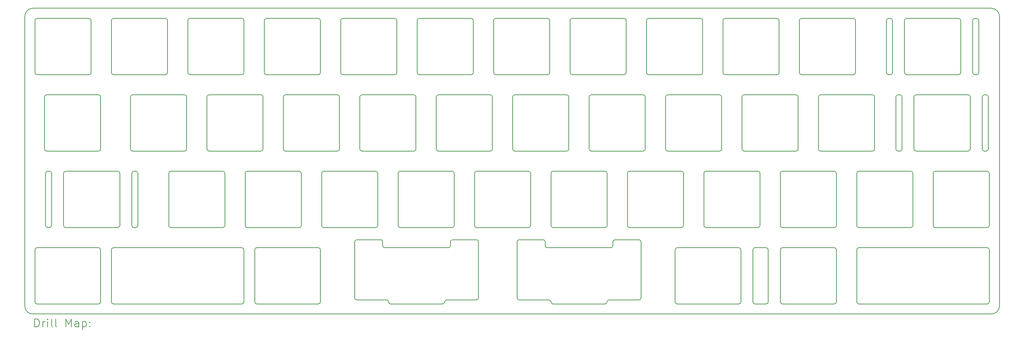
<source format=gbr>
%FSLAX45Y45*%
G04 Gerber Fmt 4.5, Leading zero omitted, Abs format (unit mm)*
G04 Created by KiCad (PCBNEW (6.0.1)) date 2022-12-02 16:12:17*
%MOMM*%
%LPD*%
G01*
G04 APERTURE LIST*
%TA.AperFunction,Profile*%
%ADD10C,0.200000*%
%TD*%
%ADD11C,0.200000*%
G04 APERTURE END LIST*
D10*
X8349375Y-11365000D02*
X5144375Y-11365000D01*
X8399375Y-11415000D02*
G75*
G03*
X8349375Y-11365000I-50000J0D01*
G01*
X8399375Y-12715000D02*
X8399375Y-11415000D01*
X8349375Y-12765000D02*
G75*
G03*
X8399375Y-12715000I0J50000D01*
G01*
X5144375Y-12765000D02*
X8349375Y-12765000D01*
X5094375Y-12715000D02*
G75*
G03*
X5144375Y-12765000I50000J0D01*
G01*
X5094375Y-11415000D02*
X5094375Y-12715000D01*
X5144375Y-11365000D02*
G75*
G03*
X5094375Y-11415000I0J-50000D01*
G01*
X26923125Y-9460000D02*
X25623125Y-9460000D01*
X26973125Y-9510000D02*
G75*
G03*
X26923125Y-9460000I-50000J0D01*
G01*
X26973125Y-10810000D02*
X26973125Y-9510000D01*
X26923125Y-10860000D02*
G75*
G03*
X26973125Y-10810000I0J50000D01*
G01*
X25623125Y-10860000D02*
X26923125Y-10860000D01*
X25573125Y-10810000D02*
G75*
G03*
X25623125Y-10860000I50000J0D01*
G01*
X25573125Y-9510000D02*
X25573125Y-10810000D01*
X25623125Y-9460000D02*
G75*
G03*
X25573125Y-9510000I0J-50000D01*
G01*
X25018125Y-9460000D02*
X23718125Y-9460000D01*
X25068125Y-9510000D02*
G75*
G03*
X25018125Y-9460000I-50000J0D01*
G01*
X25068125Y-10810000D02*
X25068125Y-9510000D01*
X25018125Y-10860000D02*
G75*
G03*
X25068125Y-10810000I0J50000D01*
G01*
X23718125Y-10860000D02*
X25018125Y-10860000D01*
X23668125Y-10810000D02*
G75*
G03*
X23718125Y-10860000I50000J0D01*
G01*
X23668125Y-9510000D02*
X23668125Y-10810000D01*
X23718125Y-9460000D02*
G75*
G03*
X23668125Y-9510000I0J-50000D01*
G01*
X23113125Y-9460000D02*
X21813125Y-9460000D01*
X23163125Y-9510000D02*
G75*
G03*
X23113125Y-9460000I-50000J0D01*
G01*
X23163125Y-10810000D02*
X23163125Y-9510000D01*
X23113125Y-10860000D02*
G75*
G03*
X23163125Y-10810000I0J50000D01*
G01*
X21813125Y-10860000D02*
X23113125Y-10860000D01*
X21763125Y-10810000D02*
G75*
G03*
X21813125Y-10860000I50000J0D01*
G01*
X21763125Y-9510000D02*
X21763125Y-10810000D01*
X21813125Y-9460000D02*
G75*
G03*
X21763125Y-9510000I0J-50000D01*
G01*
X8428125Y-10810000D02*
G75*
G03*
X8478125Y-10860000I50000J0D01*
G01*
X9778125Y-10860000D02*
X8478125Y-10860000D01*
X9778125Y-10860000D02*
G75*
G03*
X9828125Y-10810000I0J50000D01*
G01*
X9828125Y-9510000D02*
X9828125Y-10810000D01*
X9828125Y-9510000D02*
G75*
G03*
X9778125Y-9460000I-50000J0D01*
G01*
X8478125Y-9460000D02*
X9778125Y-9460000D01*
X8478125Y-9460000D02*
G75*
G03*
X8428125Y-9510000I0J-50000D01*
G01*
X8428125Y-10810000D02*
X8428125Y-9510000D01*
X17398125Y-9460000D02*
X16098125Y-9460000D01*
X17448125Y-9510000D02*
G75*
G03*
X17398125Y-9460000I-50000J0D01*
G01*
X17448125Y-10810000D02*
X17448125Y-9510000D01*
X17398125Y-10860000D02*
G75*
G03*
X17448125Y-10810000I0J50000D01*
G01*
X16098125Y-10860000D02*
X17398125Y-10860000D01*
X16048125Y-10810000D02*
G75*
G03*
X16098125Y-10860000I50000J0D01*
G01*
X16048125Y-9510000D02*
X16048125Y-10810000D01*
X16098125Y-9460000D02*
G75*
G03*
X16048125Y-9510000I0J-50000D01*
G01*
X11683125Y-9460000D02*
X10383125Y-9460000D01*
X11733125Y-9510000D02*
G75*
G03*
X11683125Y-9460000I-50000J0D01*
G01*
X11733125Y-10810000D02*
X11733125Y-9510000D01*
X11683125Y-10860000D02*
G75*
G03*
X11733125Y-10810000I0J50000D01*
G01*
X10383125Y-10860000D02*
X11683125Y-10860000D01*
X10333125Y-10810000D02*
G75*
G03*
X10383125Y-10860000I50000J0D01*
G01*
X10333125Y-9510000D02*
X10333125Y-10810000D01*
X10383125Y-9460000D02*
G75*
G03*
X10333125Y-9510000I0J-50000D01*
G01*
X15493125Y-9460000D02*
X14193125Y-9460000D01*
X15543125Y-9510000D02*
G75*
G03*
X15493125Y-9460000I-50000J0D01*
G01*
X15543125Y-10810000D02*
X15543125Y-9510000D01*
X15493125Y-10860000D02*
G75*
G03*
X15543125Y-10810000I0J50000D01*
G01*
X14193125Y-10860000D02*
X15493125Y-10860000D01*
X14143125Y-10810000D02*
G75*
G03*
X14193125Y-10860000I50000J0D01*
G01*
X14143125Y-9510000D02*
X14143125Y-10810000D01*
X14193125Y-9460000D02*
G75*
G03*
X14143125Y-9510000I0J-50000D01*
G01*
X19303125Y-9460000D02*
X18003125Y-9460000D01*
X19353125Y-9510000D02*
G75*
G03*
X19303125Y-9460000I-50000J0D01*
G01*
X19353125Y-10810000D02*
X19353125Y-9510000D01*
X19303125Y-10860000D02*
G75*
G03*
X19353125Y-10810000I0J50000D01*
G01*
X18003125Y-10860000D02*
X19303125Y-10860000D01*
X17953125Y-10810000D02*
G75*
G03*
X18003125Y-10860000I50000J0D01*
G01*
X17953125Y-9510000D02*
X17953125Y-10810000D01*
X18003125Y-9460000D02*
G75*
G03*
X17953125Y-9510000I0J-50000D01*
G01*
X12238125Y-10810000D02*
G75*
G03*
X12288125Y-10860000I50000J0D01*
G01*
X13588125Y-10860000D02*
X12288125Y-10860000D01*
X13588125Y-10860000D02*
G75*
G03*
X13638125Y-10810000I0J50000D01*
G01*
X13638125Y-9510000D02*
X13638125Y-10810000D01*
X13638125Y-9510000D02*
G75*
G03*
X13588125Y-9460000I-50000J0D01*
G01*
X12288125Y-9460000D02*
X13588125Y-9460000D01*
X12288125Y-9460000D02*
G75*
G03*
X12238125Y-9510000I0J-50000D01*
G01*
X12238125Y-10810000D02*
X12238125Y-9510000D01*
X21208125Y-9460000D02*
X19908125Y-9460000D01*
X21258125Y-9510000D02*
G75*
G03*
X21208125Y-9460000I-50000J0D01*
G01*
X21258125Y-10810000D02*
X21258125Y-9510000D01*
X21208125Y-10860000D02*
G75*
G03*
X21258125Y-10810000I0J50000D01*
G01*
X19908125Y-10860000D02*
X21208125Y-10860000D01*
X19858125Y-10810000D02*
G75*
G03*
X19908125Y-10860000I50000J0D01*
G01*
X19858125Y-9510000D02*
X19858125Y-10810000D01*
X19908125Y-9460000D02*
G75*
G03*
X19858125Y-9510000I0J-50000D01*
G01*
X7873125Y-9460000D02*
X6573125Y-9460000D01*
X7923125Y-9510000D02*
G75*
G03*
X7873125Y-9460000I-50000J0D01*
G01*
X7923125Y-10810000D02*
X7923125Y-9510000D01*
X7873125Y-10860000D02*
G75*
G03*
X7923125Y-10810000I0J50000D01*
G01*
X6573125Y-10860000D02*
X7873125Y-10860000D01*
X6523125Y-10810000D02*
G75*
G03*
X6573125Y-10860000I50000J0D01*
G01*
X6523125Y-9510000D02*
X6523125Y-10810000D01*
X6573125Y-9460000D02*
G75*
G03*
X6523125Y-9510000I0J-50000D01*
G01*
X5253750Y-9460000D02*
X3953750Y-9460000D01*
X5303750Y-9510000D02*
G75*
G03*
X5253750Y-9460000I-50000J0D01*
G01*
X5303750Y-10810000D02*
X5303750Y-9510000D01*
X5253750Y-10860000D02*
G75*
G03*
X5303750Y-10810000I0J50000D01*
G01*
X3953750Y-10860000D02*
X5253750Y-10860000D01*
X3903750Y-10810000D02*
G75*
G03*
X3953750Y-10860000I50000J0D01*
G01*
X3903750Y-9510000D02*
X3903750Y-10810000D01*
X3953750Y-9460000D02*
G75*
G03*
X3903750Y-9510000I0J-50000D01*
G01*
X25096875Y-8905000D02*
G75*
G03*
X25146875Y-8955000I50000J0D01*
G01*
X26446875Y-8955000D02*
X25146875Y-8955000D01*
X26446875Y-8955000D02*
G75*
G03*
X26496875Y-8905000I0J50000D01*
G01*
X26496875Y-7605000D02*
X26496875Y-8905000D01*
X26496875Y-7605000D02*
G75*
G03*
X26446875Y-7555000I-50000J0D01*
G01*
X25146875Y-7555000D02*
X26446875Y-7555000D01*
X25146875Y-7555000D02*
G75*
G03*
X25096875Y-7605000I0J-50000D01*
G01*
X25096875Y-8905000D02*
X25096875Y-7605000D01*
X24065625Y-7555000D02*
X22765625Y-7555000D01*
X24115625Y-7605000D02*
G75*
G03*
X24065625Y-7555000I-50000J0D01*
G01*
X24115625Y-8905000D02*
X24115625Y-7605000D01*
X24065625Y-8955000D02*
G75*
G03*
X24115625Y-8905000I0J50000D01*
G01*
X22765625Y-8955000D02*
X24065625Y-8955000D01*
X22715625Y-8905000D02*
G75*
G03*
X22765625Y-8955000I50000J0D01*
G01*
X22715625Y-7605000D02*
X22715625Y-8905000D01*
X22765625Y-7555000D02*
G75*
G03*
X22715625Y-7605000I0J-50000D01*
G01*
X3553750Y-9460000D02*
X3503750Y-9460000D01*
X3603750Y-9510000D02*
G75*
G03*
X3553750Y-9460000I-50000J0D01*
G01*
X3603750Y-10810000D02*
X3603750Y-9510000D01*
X3553750Y-10860000D02*
G75*
G03*
X3603750Y-10810000I0J50000D01*
G01*
X3503750Y-10860000D02*
X3553750Y-10860000D01*
X3453750Y-10810000D02*
G75*
G03*
X3503750Y-10860000I50000J0D01*
G01*
X3453750Y-9510000D02*
X3453750Y-10810000D01*
X3503750Y-9460000D02*
G75*
G03*
X3453750Y-9510000I0J-50000D01*
G01*
X5753750Y-10810000D02*
X5753750Y-9510000D01*
X5703750Y-10860000D02*
G75*
G03*
X5753750Y-10810000I0J50000D01*
G01*
X5653750Y-10860000D02*
X5703750Y-10860000D01*
X5603750Y-10810000D02*
G75*
G03*
X5653750Y-10860000I50000J0D01*
G01*
X5603750Y-9510000D02*
X5603750Y-10810000D01*
X5653750Y-9460000D02*
G75*
G03*
X5603750Y-9510000I0J-50000D01*
G01*
X5703750Y-9460000D02*
X5653750Y-9460000D01*
X5753750Y-9510000D02*
G75*
G03*
X5703750Y-9460000I-50000J0D01*
G01*
X26896875Y-7555000D02*
X26846875Y-7555000D01*
X26946875Y-7605000D02*
G75*
G03*
X26896875Y-7555000I-50000J0D01*
G01*
X26946875Y-8905000D02*
X26946875Y-7605000D01*
X26896875Y-8955000D02*
G75*
G03*
X26946875Y-8905000I0J50000D01*
G01*
X26846875Y-8955000D02*
X26896875Y-8955000D01*
X26796875Y-8905000D02*
G75*
G03*
X26846875Y-8955000I50000J0D01*
G01*
X26796875Y-7605000D02*
X26796875Y-8905000D01*
X26846875Y-7555000D02*
G75*
G03*
X26796875Y-7605000I0J-50000D01*
G01*
X24796875Y-8905000D02*
X24796875Y-7605000D01*
X24746875Y-8955000D02*
G75*
G03*
X24796875Y-8905000I0J50000D01*
G01*
X24696875Y-8955000D02*
X24746875Y-8955000D01*
X24646875Y-8905000D02*
G75*
G03*
X24696875Y-8955000I50000J0D01*
G01*
X24646875Y-7605000D02*
X24646875Y-8905000D01*
X24696875Y-7555000D02*
G75*
G03*
X24646875Y-7605000I0J-50000D01*
G01*
X24746875Y-7555000D02*
X24696875Y-7555000D01*
X24796875Y-7605000D02*
G75*
G03*
X24746875Y-7555000I-50000J0D01*
G01*
X22160625Y-7555000D02*
X20860625Y-7555000D01*
X22210625Y-7605000D02*
G75*
G03*
X22160625Y-7555000I-50000J0D01*
G01*
X22210625Y-8905000D02*
X22210625Y-7605000D01*
X22160625Y-8955000D02*
G75*
G03*
X22210625Y-8905000I0J50000D01*
G01*
X20860625Y-8955000D02*
X22160625Y-8955000D01*
X20810625Y-8905000D02*
G75*
G03*
X20860625Y-8955000I50000J0D01*
G01*
X20810625Y-7605000D02*
X20810625Y-8905000D01*
X20860625Y-7555000D02*
G75*
G03*
X20810625Y-7605000I0J-50000D01*
G01*
X14540625Y-7555000D02*
X13240625Y-7555000D01*
X14590625Y-7605000D02*
G75*
G03*
X14540625Y-7555000I-50000J0D01*
G01*
X14590625Y-8905000D02*
X14590625Y-7605000D01*
X14540625Y-8955000D02*
G75*
G03*
X14590625Y-8905000I0J50000D01*
G01*
X13240625Y-8955000D02*
X14540625Y-8955000D01*
X13190625Y-8905000D02*
G75*
G03*
X13240625Y-8955000I50000J0D01*
G01*
X13190625Y-7605000D02*
X13190625Y-8905000D01*
X13240625Y-7555000D02*
G75*
G03*
X13190625Y-7605000I0J-50000D01*
G01*
X18350625Y-7555000D02*
X17050625Y-7555000D01*
X18400625Y-7605000D02*
G75*
G03*
X18350625Y-7555000I-50000J0D01*
G01*
X18400625Y-8905000D02*
X18400625Y-7605000D01*
X18350625Y-8955000D02*
G75*
G03*
X18400625Y-8905000I0J50000D01*
G01*
X17050625Y-8955000D02*
X18350625Y-8955000D01*
X17000625Y-8905000D02*
G75*
G03*
X17050625Y-8955000I50000J0D01*
G01*
X17000625Y-7605000D02*
X17000625Y-8905000D01*
X17050625Y-7555000D02*
G75*
G03*
X17000625Y-7605000I0J-50000D01*
G01*
X8825625Y-7555000D02*
X7525625Y-7555000D01*
X8875625Y-7605000D02*
G75*
G03*
X8825625Y-7555000I-50000J0D01*
G01*
X8875625Y-8905000D02*
X8875625Y-7605000D01*
X8825625Y-8955000D02*
G75*
G03*
X8875625Y-8905000I0J50000D01*
G01*
X7525625Y-8955000D02*
X8825625Y-8955000D01*
X7475625Y-8905000D02*
G75*
G03*
X7525625Y-8955000I50000J0D01*
G01*
X7475625Y-7605000D02*
X7475625Y-8905000D01*
X7525625Y-7555000D02*
G75*
G03*
X7475625Y-7605000I0J-50000D01*
G01*
X20255625Y-7555000D02*
X18955625Y-7555000D01*
X20305625Y-7605000D02*
G75*
G03*
X20255625Y-7555000I-50000J0D01*
G01*
X20305625Y-8905000D02*
X20305625Y-7605000D01*
X20255625Y-8955000D02*
G75*
G03*
X20305625Y-8905000I0J50000D01*
G01*
X18955625Y-8955000D02*
X20255625Y-8955000D01*
X18905625Y-8905000D02*
G75*
G03*
X18955625Y-8955000I50000J0D01*
G01*
X18905625Y-7605000D02*
X18905625Y-8905000D01*
X18955625Y-7555000D02*
G75*
G03*
X18905625Y-7605000I0J-50000D01*
G01*
X12635625Y-7555000D02*
X11335625Y-7555000D01*
X12685625Y-7605000D02*
G75*
G03*
X12635625Y-7555000I-50000J0D01*
G01*
X12685625Y-8905000D02*
X12685625Y-7605000D01*
X12635625Y-8955000D02*
G75*
G03*
X12685625Y-8905000I0J50000D01*
G01*
X11335625Y-8955000D02*
X12635625Y-8955000D01*
X11285625Y-8905000D02*
G75*
G03*
X11335625Y-8955000I50000J0D01*
G01*
X11285625Y-7605000D02*
X11285625Y-8905000D01*
X11335625Y-7555000D02*
G75*
G03*
X11285625Y-7605000I0J-50000D01*
G01*
X6920625Y-7555000D02*
X5620625Y-7555000D01*
X6970625Y-7605000D02*
G75*
G03*
X6920625Y-7555000I-50000J0D01*
G01*
X6970625Y-8905000D02*
X6970625Y-7605000D01*
X6920625Y-8955000D02*
G75*
G03*
X6970625Y-8905000I0J50000D01*
G01*
X5620625Y-8955000D02*
X6920625Y-8955000D01*
X5570625Y-8905000D02*
G75*
G03*
X5620625Y-8955000I50000J0D01*
G01*
X5570625Y-7605000D02*
X5570625Y-8905000D01*
X5620625Y-7555000D02*
G75*
G03*
X5570625Y-7605000I0J-50000D01*
G01*
X16445625Y-7555000D02*
X15145625Y-7555000D01*
X16495625Y-7605000D02*
G75*
G03*
X16445625Y-7555000I-50000J0D01*
G01*
X16495625Y-8905000D02*
X16495625Y-7605000D01*
X16445625Y-8955000D02*
G75*
G03*
X16495625Y-8905000I0J50000D01*
G01*
X15145625Y-8955000D02*
X16445625Y-8955000D01*
X15095625Y-8905000D02*
G75*
G03*
X15145625Y-8955000I50000J0D01*
G01*
X15095625Y-7605000D02*
X15095625Y-8905000D01*
X15145625Y-7555000D02*
G75*
G03*
X15095625Y-7605000I0J-50000D01*
G01*
X10730625Y-7555000D02*
X9430625Y-7555000D01*
X10780625Y-7605000D02*
G75*
G03*
X10730625Y-7555000I-50000J0D01*
G01*
X10780625Y-8905000D02*
X10780625Y-7605000D01*
X10730625Y-8955000D02*
G75*
G03*
X10780625Y-8905000I0J50000D01*
G01*
X9430625Y-8955000D02*
X10730625Y-8955000D01*
X9380625Y-8905000D02*
G75*
G03*
X9430625Y-8955000I50000J0D01*
G01*
X9380625Y-7605000D02*
X9380625Y-8905000D01*
X9430625Y-7555000D02*
G75*
G03*
X9380625Y-7605000I0J-50000D01*
G01*
X4777500Y-7555000D02*
X3477500Y-7555000D01*
X4827500Y-7605000D02*
G75*
G03*
X4777500Y-7555000I-50000J0D01*
G01*
X4827500Y-8905000D02*
X4827500Y-7605000D01*
X4777500Y-8955000D02*
G75*
G03*
X4827500Y-8905000I0J50000D01*
G01*
X3477500Y-8955000D02*
X4777500Y-8955000D01*
X3427500Y-8905000D02*
G75*
G03*
X3477500Y-8955000I50000J0D01*
G01*
X3427500Y-7605000D02*
X3427500Y-8905000D01*
X3477500Y-7555000D02*
G75*
G03*
X3427500Y-7605000I0J-50000D01*
G01*
X26658750Y-5650000D02*
X26608750Y-5650000D01*
X26708750Y-5700000D02*
G75*
G03*
X26658750Y-5650000I-50000J0D01*
G01*
X26708750Y-7000000D02*
X26708750Y-5700000D01*
X26658750Y-7050000D02*
G75*
G03*
X26708750Y-7000000I0J50000D01*
G01*
X26608750Y-7050000D02*
X26658750Y-7050000D01*
X26558750Y-7000000D02*
G75*
G03*
X26608750Y-7050000I50000J0D01*
G01*
X26558750Y-5700000D02*
X26558750Y-7000000D01*
X26608750Y-5650000D02*
G75*
G03*
X26558750Y-5700000I0J-50000D01*
G01*
X24508750Y-5650000D02*
X24458750Y-5650000D01*
X24558750Y-5700000D02*
G75*
G03*
X24508750Y-5650000I-50000J0D01*
G01*
X24558750Y-7000000D02*
X24558750Y-5700000D01*
X24508750Y-7050000D02*
G75*
G03*
X24558750Y-7000000I0J50000D01*
G01*
X24458750Y-7050000D02*
X24508750Y-7050000D01*
X24408750Y-7000000D02*
G75*
G03*
X24458750Y-7050000I50000J0D01*
G01*
X24408750Y-5700000D02*
X24408750Y-7000000D01*
X24458750Y-5650000D02*
G75*
G03*
X24408750Y-5700000I0J-50000D01*
G01*
X20334375Y-7000000D02*
G75*
G03*
X20384375Y-7050000I50000J0D01*
G01*
X21684375Y-7050000D02*
X20384375Y-7050000D01*
X21684375Y-7050000D02*
G75*
G03*
X21734375Y-7000000I0J50000D01*
G01*
X21734375Y-5700000D02*
X21734375Y-7000000D01*
X21734375Y-5700000D02*
G75*
G03*
X21684375Y-5650000I-50000J0D01*
G01*
X20384375Y-5650000D02*
X21684375Y-5650000D01*
X20384375Y-5650000D02*
G75*
G03*
X20334375Y-5700000I0J-50000D01*
G01*
X20334375Y-7000000D02*
X20334375Y-5700000D01*
X17874375Y-5650000D02*
X16574375Y-5650000D01*
X17924375Y-5700000D02*
G75*
G03*
X17874375Y-5650000I-50000J0D01*
G01*
X17924375Y-7000000D02*
X17924375Y-5700000D01*
X17874375Y-7050000D02*
G75*
G03*
X17924375Y-7000000I0J50000D01*
G01*
X16574375Y-7050000D02*
X17874375Y-7050000D01*
X16524375Y-7000000D02*
G75*
G03*
X16574375Y-7050000I50000J0D01*
G01*
X16524375Y-5700000D02*
X16524375Y-7000000D01*
X16574375Y-5650000D02*
G75*
G03*
X16524375Y-5700000I0J-50000D01*
G01*
X21131875Y-12765000D02*
X21413125Y-12765000D01*
X21081875Y-12715000D02*
G75*
G03*
X21131875Y-12765000I50000J0D01*
G01*
X21081875Y-11415000D02*
X21081875Y-12715000D01*
X21131875Y-11365000D02*
G75*
G03*
X21081875Y-11415000I0J-50000D01*
G01*
X21413125Y-11365000D02*
X21131875Y-11365000D01*
X21463125Y-11415000D02*
G75*
G03*
X21413125Y-11365000I-50000J0D01*
G01*
X21463125Y-12715000D02*
X21463125Y-11415000D01*
X21413125Y-12765000D02*
G75*
G03*
X21463125Y-12715000I0J50000D01*
G01*
X4777500Y-11365000D02*
X3239375Y-11365000D01*
X4827500Y-11415000D02*
G75*
G03*
X4777500Y-11365000I-50000J0D01*
G01*
X4827500Y-12715000D02*
X4827500Y-11415000D01*
X4777500Y-12765000D02*
G75*
G03*
X4827500Y-12715000I0J50000D01*
G01*
X3239375Y-12765000D02*
X4777500Y-12765000D01*
X3189375Y-12715000D02*
G75*
G03*
X3239375Y-12765000I50000J0D01*
G01*
X3189375Y-11415000D02*
X3189375Y-12715000D01*
X3239375Y-11365000D02*
G75*
G03*
X3189375Y-11415000I0J-50000D01*
G01*
X19779375Y-5650000D02*
X18479375Y-5650000D01*
X19829375Y-5700000D02*
G75*
G03*
X19779375Y-5650000I-50000J0D01*
G01*
X19829375Y-7000000D02*
X19829375Y-5700000D01*
X19779375Y-7050000D02*
G75*
G03*
X19829375Y-7000000I0J50000D01*
G01*
X18479375Y-7050000D02*
X19779375Y-7050000D01*
X18429375Y-7000000D02*
G75*
G03*
X18479375Y-7050000I50000J0D01*
G01*
X18429375Y-5700000D02*
X18429375Y-7000000D01*
X18479375Y-5650000D02*
G75*
G03*
X18429375Y-5700000I0J-50000D01*
G01*
X8716250Y-11365000D02*
G75*
G03*
X8666250Y-11415000I0J-50000D01*
G01*
X8666250Y-12715000D02*
X8666250Y-11415000D01*
X8666250Y-12715000D02*
G75*
G03*
X8716250Y-12765000I50000J0D01*
G01*
X10254375Y-12765000D02*
X8716250Y-12765000D01*
X10254375Y-12765000D02*
G75*
G03*
X10304375Y-12715000I0J50000D01*
G01*
X10304375Y-11415000D02*
X10304375Y-12715000D01*
X10304375Y-11415000D02*
G75*
G03*
X10254375Y-11365000I-50000J0D01*
G01*
X8716250Y-11365000D02*
X10254375Y-11365000D01*
X26208750Y-5650000D02*
X24908750Y-5650000D01*
X26258750Y-5700000D02*
G75*
G03*
X26208750Y-5650000I-50000J0D01*
G01*
X26258750Y-7000000D02*
X26258750Y-5700000D01*
X26208750Y-7050000D02*
G75*
G03*
X26258750Y-7000000I0J50000D01*
G01*
X24908750Y-7050000D02*
X26208750Y-7050000D01*
X24858750Y-7000000D02*
G75*
G03*
X24908750Y-7050000I50000J0D01*
G01*
X24858750Y-5700000D02*
X24858750Y-7000000D01*
X24908750Y-5650000D02*
G75*
G03*
X24858750Y-5700000I0J-50000D01*
G01*
X20731875Y-11365000D02*
X19193750Y-11365000D01*
X20781875Y-11415000D02*
G75*
G03*
X20731875Y-11365000I-50000J0D01*
G01*
X20781875Y-12715000D02*
X20781875Y-11415000D01*
X20731875Y-12765000D02*
G75*
G03*
X20781875Y-12715000I0J50000D01*
G01*
X19193750Y-12765000D02*
X20731875Y-12765000D01*
X19143750Y-12715000D02*
G75*
G03*
X19193750Y-12765000I50000J0D01*
G01*
X19143750Y-11415000D02*
X19143750Y-12715000D01*
X19193750Y-11365000D02*
G75*
G03*
X19143750Y-11415000I0J-50000D01*
G01*
X26923125Y-11365000D02*
X23718125Y-11365000D01*
X26973125Y-11415000D02*
G75*
G03*
X26923125Y-11365000I-50000J0D01*
G01*
X26973125Y-12715000D02*
X26973125Y-11415000D01*
X26923125Y-12765000D02*
G75*
G03*
X26973125Y-12715000I0J50000D01*
G01*
X23718125Y-12765000D02*
X26923125Y-12765000D01*
X23668125Y-12715000D02*
G75*
G03*
X23718125Y-12765000I50000J0D01*
G01*
X23668125Y-11415000D02*
X23668125Y-12715000D01*
X23718125Y-11365000D02*
G75*
G03*
X23668125Y-11415000I0J-50000D01*
G01*
X23589375Y-5650000D02*
X22289375Y-5650000D01*
X23639375Y-5700000D02*
G75*
G03*
X23589375Y-5650000I-50000J0D01*
G01*
X23639375Y-7000000D02*
X23639375Y-5700000D01*
X23589375Y-7050000D02*
G75*
G03*
X23639375Y-7000000I0J50000D01*
G01*
X22289375Y-7050000D02*
X23589375Y-7050000D01*
X22239375Y-7000000D02*
G75*
G03*
X22289375Y-7050000I50000J0D01*
G01*
X22239375Y-5700000D02*
X22239375Y-7000000D01*
X22289375Y-5650000D02*
G75*
G03*
X22239375Y-5700000I0J-50000D01*
G01*
X14114375Y-7000000D02*
X14114375Y-5700000D01*
X14064375Y-7050000D02*
G75*
G03*
X14114375Y-7000000I0J50000D01*
G01*
X12764375Y-7050000D02*
X14064375Y-7050000D01*
X12714375Y-7000000D02*
G75*
G03*
X12764375Y-7050000I50000J0D01*
G01*
X12714375Y-5700000D02*
X12714375Y-7000000D01*
X12764375Y-5650000D02*
G75*
G03*
X12714375Y-5700000I0J-50000D01*
G01*
X14064375Y-5650000D02*
X12764375Y-5650000D01*
X14114375Y-5700000D02*
G75*
G03*
X14064375Y-5650000I-50000J0D01*
G01*
X15969375Y-5650000D02*
X14669375Y-5650000D01*
X16019375Y-5700000D02*
G75*
G03*
X15969375Y-5650000I-50000J0D01*
G01*
X16019375Y-7000000D02*
X16019375Y-5700000D01*
X15969375Y-7050000D02*
G75*
G03*
X16019375Y-7000000I0J50000D01*
G01*
X14669375Y-7050000D02*
X15969375Y-7050000D01*
X14619375Y-7000000D02*
G75*
G03*
X14669375Y-7050000I50000J0D01*
G01*
X14619375Y-5700000D02*
X14619375Y-7000000D01*
X14669375Y-5650000D02*
G75*
G03*
X14619375Y-5700000I0J-50000D01*
G01*
X4539375Y-5650000D02*
X3239375Y-5650000D01*
X4589375Y-5700000D02*
G75*
G03*
X4539375Y-5650000I-50000J0D01*
G01*
X4589375Y-7000000D02*
X4589375Y-5700000D01*
X4539375Y-7050000D02*
G75*
G03*
X4589375Y-7000000I0J50000D01*
G01*
X3239375Y-7050000D02*
X4539375Y-7050000D01*
X3189375Y-7000000D02*
G75*
G03*
X3239375Y-7050000I50000J0D01*
G01*
X3189375Y-5700000D02*
X3189375Y-7000000D01*
X3239375Y-5650000D02*
G75*
G03*
X3189375Y-5700000I0J-50000D01*
G01*
X12159375Y-5650000D02*
X10859375Y-5650000D01*
X12209375Y-5700000D02*
G75*
G03*
X12159375Y-5650000I-50000J0D01*
G01*
X12209375Y-7000000D02*
X12209375Y-5700000D01*
X12159375Y-7050000D02*
G75*
G03*
X12209375Y-7000000I0J50000D01*
G01*
X10859375Y-7050000D02*
X12159375Y-7050000D01*
X10809375Y-7000000D02*
G75*
G03*
X10859375Y-7050000I50000J0D01*
G01*
X10809375Y-5700000D02*
X10809375Y-7000000D01*
X10859375Y-5650000D02*
G75*
G03*
X10809375Y-5700000I0J-50000D01*
G01*
X21763125Y-12715000D02*
G75*
G03*
X21813125Y-12765000I50000J0D01*
G01*
X23113125Y-12765000D02*
X21813125Y-12765000D01*
X23113125Y-12765000D02*
G75*
G03*
X23163125Y-12715000I0J50000D01*
G01*
X23163125Y-11415000D02*
X23163125Y-12715000D01*
X23163125Y-11415000D02*
G75*
G03*
X23113125Y-11365000I-50000J0D01*
G01*
X21813125Y-11365000D02*
X23113125Y-11365000D01*
X21813125Y-11365000D02*
G75*
G03*
X21763125Y-11415000I0J-50000D01*
G01*
X21763125Y-12715000D02*
X21763125Y-11415000D01*
X8349375Y-5650000D02*
X7049375Y-5650000D01*
X8399375Y-5700000D02*
G75*
G03*
X8349375Y-5650000I-50000J0D01*
G01*
X8399375Y-7000000D02*
X8399375Y-5700000D01*
X8349375Y-7050000D02*
G75*
G03*
X8399375Y-7000000I0J50000D01*
G01*
X7049375Y-7050000D02*
X8349375Y-7050000D01*
X6999375Y-7000000D02*
G75*
G03*
X7049375Y-7050000I50000J0D01*
G01*
X6999375Y-5700000D02*
X6999375Y-7000000D01*
X7049375Y-5650000D02*
G75*
G03*
X6999375Y-5700000I0J-50000D01*
G01*
X6444375Y-5650000D02*
X5144375Y-5650000D01*
X6494375Y-5700000D02*
G75*
G03*
X6444375Y-5650000I-50000J0D01*
G01*
X6494375Y-7000000D02*
X6494375Y-5700000D01*
X6444375Y-7050000D02*
G75*
G03*
X6494375Y-7000000I0J50000D01*
G01*
X5144375Y-7050000D02*
X6444375Y-7050000D01*
X5094375Y-7000000D02*
G75*
G03*
X5144375Y-7050000I50000J0D01*
G01*
X5094375Y-5700000D02*
X5094375Y-7000000D01*
X5144375Y-5650000D02*
G75*
G03*
X5094375Y-5700000I0J-50000D01*
G01*
X10254375Y-5650000D02*
X8954375Y-5650000D01*
X10304375Y-5700000D02*
G75*
G03*
X10254375Y-5650000I-50000J0D01*
G01*
X10304375Y-7000000D02*
X10304375Y-5700000D01*
X10254375Y-7050000D02*
G75*
G03*
X10304375Y-7000000I0J50000D01*
G01*
X8954375Y-7050000D02*
X10254375Y-7050000D01*
X8904375Y-7000000D02*
G75*
G03*
X8954375Y-7050000I50000J0D01*
G01*
X8904375Y-5700000D02*
X8904375Y-7000000D01*
X8954375Y-5650000D02*
G75*
G03*
X8904375Y-5700000I0J-50000D01*
G01*
X14193800Y-12665000D02*
X13450000Y-12665000D01*
X14193800Y-12665000D02*
G75*
G03*
X14243800Y-12615000I0J50000D01*
G01*
X14243800Y-11215000D02*
X14243800Y-12615000D01*
X14243800Y-11215000D02*
G75*
G03*
X14193800Y-11165000I-50000J0D01*
G01*
X13593800Y-11165000D02*
X14193800Y-11165000D01*
X13593800Y-11165000D02*
G75*
G03*
X13543800Y-11215000I0J-50000D01*
G01*
X13543800Y-11315000D02*
X13543800Y-11215000D01*
X13493800Y-11365000D02*
G75*
G03*
X13543800Y-11315000I0J50000D01*
G01*
X11906200Y-11365000D02*
X13493800Y-11365000D01*
X11856200Y-11315000D02*
G75*
G03*
X11906200Y-11365000I50000J0D01*
G01*
X11856200Y-11215000D02*
X11856200Y-11315000D01*
X11856200Y-11215000D02*
G75*
G03*
X11806200Y-11165000I-50000J0D01*
G01*
X11206200Y-11165000D02*
X11806200Y-11165000D01*
X11206200Y-11165000D02*
G75*
G03*
X11156200Y-11215000I0J-50000D01*
G01*
X11156200Y-12615000D02*
X11156200Y-11215000D01*
X11156200Y-12615000D02*
G75*
G03*
X11206200Y-12665000I50000J0D01*
G01*
X11950000Y-12665000D02*
X11206200Y-12665000D01*
X12000000Y-12715000D02*
G75*
G03*
X11950000Y-12665000I-50000J0D01*
G01*
X12000000Y-12715000D02*
G75*
G03*
X12050000Y-12765000I50000J0D01*
G01*
X13350000Y-12765000D02*
X12050000Y-12765000D01*
X13350000Y-12765000D02*
G75*
G03*
X13400000Y-12715000I0J50000D01*
G01*
X13450000Y-12665000D02*
G75*
G03*
X13400000Y-12715000I0J-50000D01*
G01*
X18241925Y-12665000D02*
X17498125Y-12665000D01*
X18241925Y-12665000D02*
G75*
G03*
X18291925Y-12615000I0J50000D01*
G01*
X18291925Y-11215000D02*
X18291925Y-12615000D01*
X18291925Y-11215000D02*
G75*
G03*
X18241925Y-11165000I-50000J0D01*
G01*
X17641925Y-11165000D02*
X18241925Y-11165000D01*
X17641925Y-11165000D02*
G75*
G03*
X17591925Y-11215000I0J-50000D01*
G01*
X17591925Y-11315000D02*
X17591925Y-11215000D01*
X17541925Y-11365000D02*
G75*
G03*
X17591925Y-11315000I0J50000D01*
G01*
X15954325Y-11365000D02*
X17541925Y-11365000D01*
X15904325Y-11315000D02*
G75*
G03*
X15954325Y-11365000I50000J0D01*
G01*
X15904325Y-11215000D02*
X15904325Y-11315000D01*
X15904325Y-11215000D02*
G75*
G03*
X15854325Y-11165000I-50000J0D01*
G01*
X15254325Y-11165000D02*
X15854325Y-11165000D01*
X15254325Y-11165000D02*
G75*
G03*
X15204325Y-11215000I0J-50000D01*
G01*
X15204325Y-12615000D02*
X15204325Y-11215000D01*
X15204325Y-12615000D02*
G75*
G03*
X15254325Y-12665000I50000J0D01*
G01*
X15998125Y-12665000D02*
X15254325Y-12665000D01*
X16048125Y-12715000D02*
G75*
G03*
X15998125Y-12665000I-50000J0D01*
G01*
X16048125Y-12715000D02*
G75*
G03*
X16098125Y-12765000I50000J0D01*
G01*
X17398125Y-12765000D02*
X16098125Y-12765000D01*
X17398125Y-12765000D02*
G75*
G03*
X17448125Y-12715000I0J50000D01*
G01*
X17498125Y-12665000D02*
G75*
G03*
X17448125Y-12715000I0J-50000D01*
G01*
X3136875Y-13017500D02*
X27025625Y-13017500D01*
X2936875Y-12817500D02*
G75*
G03*
X3136875Y-13017500I200000J0D01*
G01*
X2936875Y-5597500D02*
X2936875Y-12817500D01*
X3136875Y-5397500D02*
G75*
G03*
X2936875Y-5597500I0J-200000D01*
G01*
X27025625Y-5397500D02*
X3136875Y-5397500D01*
X27225625Y-5597500D02*
G75*
G03*
X27025625Y-5397500I-200000J0D01*
G01*
X27225625Y-12817500D02*
X27225625Y-5597500D01*
X27025625Y-13017500D02*
G75*
G03*
X27225625Y-12817500I0J200000D01*
G01*
D11*
X3184494Y-13337976D02*
X3184494Y-13137976D01*
X3232113Y-13137976D01*
X3260684Y-13147500D01*
X3279732Y-13166548D01*
X3289256Y-13185595D01*
X3298780Y-13223690D01*
X3298780Y-13252262D01*
X3289256Y-13290357D01*
X3279732Y-13309405D01*
X3260684Y-13328452D01*
X3232113Y-13337976D01*
X3184494Y-13337976D01*
X3384494Y-13337976D02*
X3384494Y-13204643D01*
X3384494Y-13242738D02*
X3394018Y-13223690D01*
X3403542Y-13214167D01*
X3422589Y-13204643D01*
X3441637Y-13204643D01*
X3508303Y-13337976D02*
X3508303Y-13204643D01*
X3508303Y-13137976D02*
X3498780Y-13147500D01*
X3508303Y-13157024D01*
X3517827Y-13147500D01*
X3508303Y-13137976D01*
X3508303Y-13157024D01*
X3632113Y-13337976D02*
X3613065Y-13328452D01*
X3603542Y-13309405D01*
X3603542Y-13137976D01*
X3736875Y-13337976D02*
X3717827Y-13328452D01*
X3708303Y-13309405D01*
X3708303Y-13137976D01*
X3965446Y-13337976D02*
X3965446Y-13137976D01*
X4032113Y-13280833D01*
X4098780Y-13137976D01*
X4098780Y-13337976D01*
X4279732Y-13337976D02*
X4279732Y-13233214D01*
X4270208Y-13214167D01*
X4251161Y-13204643D01*
X4213065Y-13204643D01*
X4194018Y-13214167D01*
X4279732Y-13328452D02*
X4260685Y-13337976D01*
X4213065Y-13337976D01*
X4194018Y-13328452D01*
X4184494Y-13309405D01*
X4184494Y-13290357D01*
X4194018Y-13271309D01*
X4213065Y-13261786D01*
X4260685Y-13261786D01*
X4279732Y-13252262D01*
X4374970Y-13204643D02*
X4374970Y-13404643D01*
X4374970Y-13214167D02*
X4394018Y-13204643D01*
X4432113Y-13204643D01*
X4451161Y-13214167D01*
X4460685Y-13223690D01*
X4470208Y-13242738D01*
X4470208Y-13299881D01*
X4460685Y-13318928D01*
X4451161Y-13328452D01*
X4432113Y-13337976D01*
X4394018Y-13337976D01*
X4374970Y-13328452D01*
X4555923Y-13318928D02*
X4565446Y-13328452D01*
X4555923Y-13337976D01*
X4546399Y-13328452D01*
X4555923Y-13318928D01*
X4555923Y-13337976D01*
X4555923Y-13214167D02*
X4565446Y-13223690D01*
X4555923Y-13233214D01*
X4546399Y-13223690D01*
X4555923Y-13214167D01*
X4555923Y-13233214D01*
M02*

</source>
